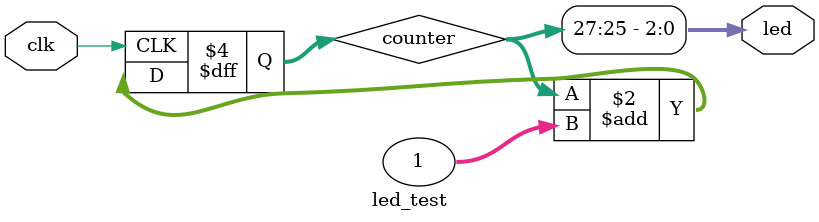
<source format=v>
module led_test (clk, led);
input wire clk;
output wire [2:0] led;

reg [31:0] counter = 0;

/* who's dead */
assign led[2:0] = counter[27:25];

always @(posedge clk) begin: counting
	counter <= counter + 1;
end

endmodule

</source>
